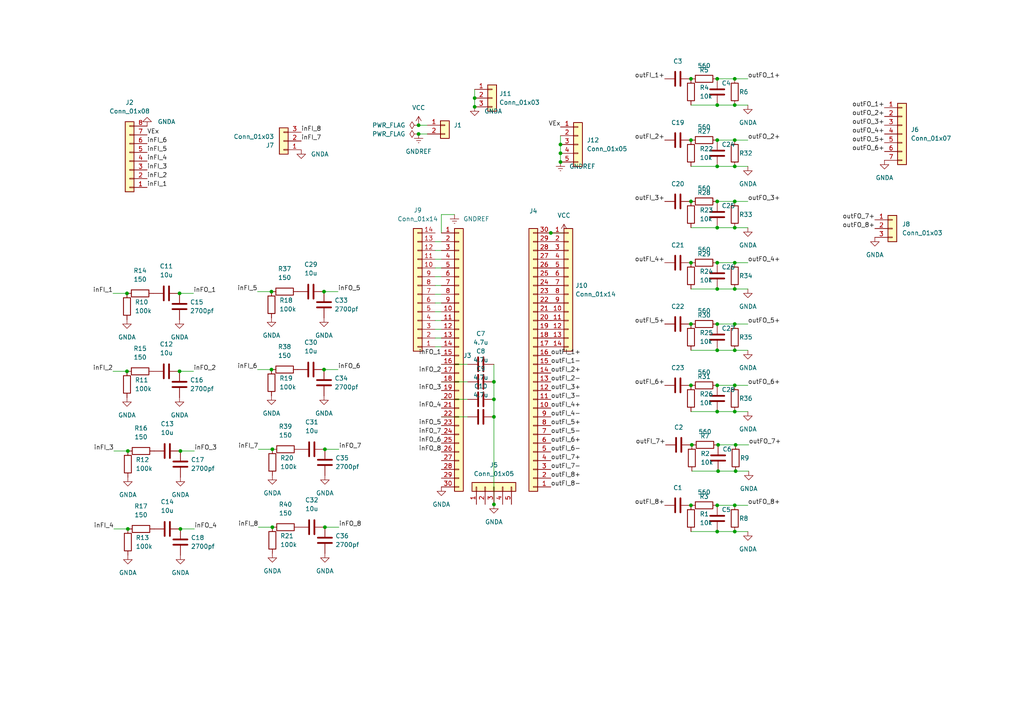
<source format=kicad_sch>
(kicad_sch (version 20211123) (generator eeschema)
  (paper "A4")
  (lib_symbols
    (symbol "Connector_Generic:Conn_01x02" (pin_names (offset 1.016) hide)
      (property "Reference" "J" (at 0 2.54 0))
      (property "Value" "Conn_01x02" (at 0 -5.08 0))
      (symbol "Conn_01x02_1_1"
        (rectangle (start -1.27 -2.413) (end 0 -2.667) (stroke (width 0.1524)))
        (rectangle (start -1.27 0.127) (end 0 -0.127) (stroke (width 0.1524)))
        (rectangle (start -1.27 1.27) (end 1.27 -3.81) (stroke (width 0.254)) (fill (type background)))
        (pin passive line (at -5.08 0 0) (length 3.81) (name "Pin_1") (number "1"))
        (pin passive line (at -5.08 -2.54 0) (length 3.81) (name "Pin_2") (number "2"))
      )
    )
    (symbol "Connector_Generic:Conn_01x03" (pin_names (offset 1.016) hide)
      (property "Reference" "J" (at 0 5.08 0))
      (property "Value" "Conn_01x03" (at 0 -5.08 0))
      (symbol "Conn_01x03_1_1"
        (rectangle (start -1.27 -2.413) (end 0 -2.667) (stroke (width 0.1524)))
        (rectangle (start -1.27 0.127) (end 0 -0.127) (stroke (width 0.1524)))
        (rectangle (start -1.27 2.667) (end 0 2.413) (stroke (width 0.1524)))
        (rectangle (start -1.27 3.81) (end 1.27 -3.81) (stroke (width 0.254)) (fill (type background)))
        (pin passive line (at -5.08 2.54 0) (length 3.81) (name "Pin_1") (number "1"))
        (pin passive line (at -5.08 0 0) (length 3.81) (name "Pin_2") (number "2"))
        (pin passive line (at -5.08 -2.54 0) (length 3.81) (name "Pin_3") (number "3"))
      )
    )
    (symbol "Connector_Generic:Conn_01x05" (pin_names (offset 1.016) hide)
      (property "Reference" "J" (at 0 7.62 0))
      (property "Value" "Conn_01x05" (at 0 -7.62 0))
      (symbol "Conn_01x05_1_1"
        (rectangle (start -1.27 -4.953) (end 0 -5.207) (stroke (width 0.1524)))
        (rectangle (start -1.27 -2.413) (end 0 -2.667) (stroke (width 0.1524)))
        (rectangle (start -1.27 0.127) (end 0 -0.127) (stroke (width 0.1524)))
        (rectangle (start -1.27 2.667) (end 0 2.413) (stroke (width 0.1524)))
        (rectangle (start -1.27 5.207) (end 0 4.953) (stroke (width 0.1524)))
        (rectangle (start -1.27 6.35) (end 1.27 -6.35) (stroke (width 0.254)) (fill (type background)))
        (pin passive line (at -5.08 5.08 0) (length 3.81) (name "Pin_1") (number "1"))
        (pin passive line (at -5.08 2.54 0) (length 3.81) (name "Pin_2") (number "2"))
        (pin passive line (at -5.08 0 0) (length 3.81) (name "Pin_3") (number "3"))
        (pin passive line (at -5.08 -2.54 0) (length 3.81) (name "Pin_4") (number "4"))
        (pin passive line (at -5.08 -5.08 0) (length 3.81) (name "Pin_5") (number "5"))
      )
    )
    (symbol "Connector_Generic:Conn_01x07" (pin_names (offset 1.016) hide)
      (property "Reference" "J" (at 0 10.16 0))
      (property "Value" "Conn_01x07" (at 0 -10.16 0))
      (symbol "Conn_01x07_1_1"
        (rectangle (start -1.27 -7.493) (end 0 -7.747) (stroke (width 0.1524)))
        (rectangle (start -1.27 -4.953) (end 0 -5.207) (stroke (width 0.1524)))
        (rectangle (start -1.27 -2.413) (end 0 -2.667) (stroke (width 0.1524)))
        (rectangle (start -1.27 0.127) (end 0 -0.127) (stroke (width 0.1524)))
        (rectangle (start -1.27 2.667) (end 0 2.413) (stroke (width 0.1524)))
        (rectangle (start -1.27 5.207) (end 0 4.953) (stroke (width 0.1524)))
        (rectangle (start -1.27 7.747) (end 0 7.493) (stroke (width 0.1524)))
        (rectangle (start -1.27 8.89) (end 1.27 -8.89) (stroke (width 0.254)) (fill (type background)))
        (pin passive line (at -5.08 7.62 0) (length 3.81) (name "Pin_1") (number "1"))
        (pin passive line (at -5.08 5.08 0) (length 3.81) (name "Pin_2") (number "2"))
        (pin passive line (at -5.08 2.54 0) (length 3.81) (name "Pin_3") (number "3"))
        (pin passive line (at -5.08 0 0) (length 3.81) (name "Pin_4") (number "4"))
        (pin passive line (at -5.08 -2.54 0) (length 3.81) (name "Pin_5") (number "5"))
        (pin passive line (at -5.08 -5.08 0) (length 3.81) (name "Pin_6") (number "6"))
        (pin passive line (at -5.08 -7.62 0) (length 3.81) (name "Pin_7") (number "7"))
      )
    )
    (symbol "Connector_Generic:Conn_01x08" (pin_names (offset 1.016) hide)
      (property "Reference" "J" (at 0 10.16 0))
      (property "Value" "Conn_01x08" (at 0 -12.7 0))
      (symbol "Conn_01x08_1_1"
        (rectangle (start -1.27 -10.033) (end 0 -10.287) (stroke (width 0.1524)))
        (rectangle (start -1.27 -7.493) (end 0 -7.747) (stroke (width 0.1524)))
        (rectangle (start -1.27 -4.953) (end 0 -5.207) (stroke (width 0.1524)))
        (rectangle (start -1.27 -2.413) (end 0 -2.667) (stroke (width 0.1524)))
        (rectangle (start -1.27 0.127) (end 0 -0.127) (stroke (width 0.1524)))
        (rectangle (start -1.27 2.667) (end 0 2.413) (stroke (width 0.1524)))
        (rectangle (start -1.27 5.207) (end 0 4.953) (stroke (width 0.1524)))
        (rectangle (start -1.27 7.747) (end 0 7.493) (stroke (width 0.1524)))
        (rectangle (start -1.27 8.89) (end 1.27 -11.43) (stroke (width 0.254)) (fill (type background)))
        (pin passive line (at -5.08 7.62 0) (length 3.81) (name "Pin_1") (number "1"))
        (pin passive line (at -5.08 5.08 0) (length 3.81) (name "Pin_2") (number "2"))
        (pin passive line (at -5.08 2.54 0) (length 3.81) (name "Pin_3") (number "3"))
        (pin passive line (at -5.08 0 0) (length 3.81) (name "Pin_4") (number "4"))
        (pin passive line (at -5.08 -2.54 0) (length 3.81) (name "Pin_5") (number "5"))
        (pin passive line (at -5.08 -5.08 0) (length 3.81) (name "Pin_6") (number "6"))
        (pin passive line (at -5.08 -7.62 0) (length 3.81) (name "Pin_7") (number "7"))
        (pin passive line (at -5.08 -10.16 0) (length 3.81) (name "Pin_8") (number "8"))
      )
    )
    (symbol "Connector_Generic:Conn_01x14" (pin_names (offset 1.016) hide)
      (property "Reference" "J" (at 0 17.78 0))
      (property "Value" "Conn_01x14" (at 0 -20.32 0))
      (symbol "Conn_01x14_1_1"
        (rectangle (start -1.27 -17.653) (end 0 -17.907) (stroke (width 0.1524)))
        (rectangle (start -1.27 -15.113) (end 0 -15.367) (stroke (width 0.1524)))
        (rectangle (start -1.27 -12.573) (end 0 -12.827) (stroke (width 0.1524)))
        (rectangle (start -1.27 -10.033) (end 0 -10.287) (stroke (width 0.1524)))
        (rectangle (start -1.27 -7.493) (end 0 -7.747) (stroke (width 0.1524)))
        (rectangle (start -1.27 -4.953) (end 0 -5.207) (stroke (width 0.1524)))
        (rectangle (start -1.27 -2.413) (end 0 -2.667) (stroke (width 0.1524)))
        (rectangle (start -1.27 0.127) (end 0 -0.127) (stroke (width 0.1524)))
        (rectangle (start -1.27 2.667) (end 0 2.413) (stroke (width 0.1524)))
        (rectangle (start -1.27 5.207) (end 0 4.953) (stroke (width 0.1524)))
        (rectangle (start -1.27 7.747) (end 0 7.493) (stroke (width 0.1524)))
        (rectangle (start -1.27 10.287) (end 0 10.033) (stroke (width 0.1524)))
        (rectangle (start -1.27 12.827) (end 0 12.573) (stroke (width 0.1524)))
        (rectangle (start -1.27 15.367) (end 0 15.113) (stroke (width 0.1524)))
        (rectangle (start -1.27 16.51) (end 1.27 -19.05) (stroke (width 0.254)) (fill (type background)))
        (pin passive line (at -5.08 15.24 0) (length 3.81) (name "Pin_1") (number "1"))
        (pin passive line (at -5.08 -7.62 0) (length 3.81) (name "Pin_10") (number "10"))
        (pin passive line (at -5.08 -10.16 0) (length 3.81) (name "Pin_11") (number "11"))
        (pin passive line (at -5.08 -12.7 0) (length 3.81) (name "Pin_12") (number "12"))
        (pin passive line (at -5.08 -15.24 0) (length 3.81) (name "Pin_13") (number "13"))
        (pin passive line (at -5.08 -17.78 0) (length 3.81) (name "Pin_14") (number "14"))
        (pin passive line (at -5.08 12.7 0) (length 3.81) (name "Pin_2") (number "2"))
        (pin passive line (at -5.08 10.16 0) (length 3.81) (name "Pin_3") (number "3"))
        (pin passive line (at -5.08 7.62 0) (length 3.81) (name "Pin_4") (number "4"))
        (pin passive line (at -5.08 5.08 0) (length 3.81) (name "Pin_5") (number "5"))
        (pin passive line (at -5.08 2.54 0) (length 3.81) (name "Pin_6") (number "6"))
        (pin passive line (at -5.08 0 0) (length 3.81) (name "Pin_7") (number "7"))
        (pin passive line (at -5.08 -2.54 0) (length 3.81) (name "Pin_8") (number "8"))
        (pin passive line (at -5.08 -5.08 0) (length 3.81) (name "Pin_9") (number "9"))
      )
    )
    (symbol "Connector_Generic:Conn_01x30" (pin_names (offset 1.016) hide)
      (property "Reference" "J" (at 0 38.1 0))
      (property "Value" "Conn_01x30" (at 0 -40.64 0))
      (symbol "Conn_01x30_1_1"
        (rectangle (start -1.27 -37.973) (end 0 -38.227) (stroke (width 0.1524)))
        (rectangle (start -1.27 -35.433) (end 0 -35.687) (stroke (width 0.1524)))
        (rectangle (start -1.27 -32.893) (end 0 -33.147) (stroke (width 0.1524)))
        (rectangle (start -1.27 -30.353) (end 0 -30.607) (stroke (width 0.1524)))
        (rectangle (start -1.27 -27.813) (end 0 -28.067) (stroke (width 0.1524)))
        (rectangle (start -1.27 -25.273) (end 0 -25.527) (stroke (width 0.1524)))
        (rectangle (start -1.27 -22.733) (end 0 -22.987) (stroke (width 0.1524)))
        (rectangle (start -1.27 -20.193) (end 0 -20.447) (stroke (width 0.1524)))
        (rectangle (start -1.27 -17.653) (end 0 -17.907) (stroke (width 0.1524)))
        (rectangle (start -1.27 -15.113) (end 0 -15.367) (stroke (width 0.1524)))
        (rectangle (start -1.27 -12.573) (end 0 -12.827) (stroke (width 0.1524)))
        (rectangle (start -1.27 -10.033) (end 0 -10.287) (stroke (width 0.1524)))
        (rectangle (start -1.27 -7.493) (end 0 -7.747) (stroke (width 0.1524)))
        (rectangle (start -1.27 -4.953) (end 0 -5.207) (stroke (width 0.1524)))
        (rectangle (start -1.27 -2.413) (end 0 -2.667) (stroke (width 0.1524)))
        (rectangle (start -1.27 0.127) (end 0 -0.127) (stroke (width 0.1524)))
        (rectangle (start -1.27 2.667) (end 0 2.413) (stroke (width 0.1524)))
        (rectangle (start -1.27 5.207) (end 0 4.953) (stroke (width 0.1524)))
        (rectangle (start -1.27 7.747) (end 0 7.493) (stroke (width 0.1524)))
        (rectangle (start -1.27 10.287) (end 0 10.033) (stroke (width 0.1524)))
        (rectangle (start -1.27 12.827) (end 0 12.573) (stroke (width 0.1524)))
        (rectangle (start -1.27 15.367) (end 0 15.113) (stroke (width 0.1524)))
        (rectangle (start -1.27 17.907) (end 0 17.653) (stroke (width 0.1524)))
        (rectangle (start -1.27 20.447) (end 0 20.193) (stroke (width 0.1524)))
        (rectangle (start -1.27 22.987) (end 0 22.733) (stroke (width 0.1524)))
        (rectangle (start -1.27 25.527) (end 0 25.273) (stroke (width 0.1524)))
        (rectangle (start -1.27 28.067) (end 0 27.813) (stroke (width 0.1524)))
        (rectangle (start -1.27 30.607) (end 0 30.353) (stroke (width 0.1524)))
        (rectangle (start -1.27 33.147) (end 0 32.893) (stroke (width 0.1524)))
        (rectangle (start -1.27 35.687) (end 0 35.433) (stroke (width 0.1524)))
        (rectangle (start -1.27 36.83) (end 1.27 -39.37) (stroke (width 0.254)) (fill (type background)))
        (pin passive line (at -5.08 35.56 0) (length 3.81) (name "Pin_1") (number "1"))
        (pin passive line (at -5.08 12.7 0) (length 3.81) (name "Pin_10") (number "10"))
        (pin passive line (at -5.08 10.16 0) (length 3.81) (name "Pin_11") (number "11"))
        (pin passive line (at -5.08 7.62 0) (length 3.81) (name "Pin_12") (number "12"))
        (pin passive line (at -5.08 5.08 0) (length 3.81) (name "Pin_13") (number "13"))
        (pin passive line (at -5.08 2.54 0) (length 3.81) (name "Pin_14") (number "14"))
        (pin passive line (at -5.08 0 0) (length 3.81) (name "Pin_15") (number "15"))
        (pin passive line (at -5.08 -2.54 0) (length 3.81) (name "Pin_16") (number "16"))
        (pin passive line (at -5.08 -5.08 0) (length 3.81) (name "Pin_17") (number "17"))
        (pin passive line (at -5.08 -7.62 0) (length 3.81) (name "Pin_18") (number "18"))
        (pin passive line (at -5.08 -10.16 0) (length 3.81) (name "Pin_19") (number "19"))
        (pin passive line (at -5.08 33.02 0) (length 3.81) (name "Pin_2") (number "2"))
        (pin passive line (at -5.08 -12.7 0) (length 3.81) (name "Pin_20") (number "20"))
        (pin passive line (at -5.08 -15.24 0) (length 3.81) (name "Pin_21") (number "21"))
        (pin passive line (at -5.08 -17.78 0) (length 3.81) (name "Pin_22") (number "22"))
        (pin passive line (at -5.08 -20.32 0) (length 3.81) (name "Pin_23") (number "23"))
        (pin passive line (at -5.08 -22.86 0) (length 3.81) (name "Pin_24") (number "24"))
        (pin passive line (at -5.08 -25.4 0) (length 3.81) (name "Pin_25") (number "25"))
        (pin passive line (at -5.08 -27.94 0) (length 3.81) (name "Pin_26") (number "26"))
        (pin passive line (at -5.08 -30.48 0) (length 3.81) (name "Pin_27") (number "27"))
        (pin passive line (at -5.08 -33.02 0) (length 3.81) (name "Pin_28") (number "28"))
        (pin passive line (at -5.08 -35.56 0) (length 3.81) (name "Pin_29") (number "29"))
        (pin passive line (at -5.08 30.48 0) (length 3.81) (name "Pin_3") (number "3"))
        (pin passive line (at -5.08 -38.1 0) (length 3.81) (name "Pin_30") (number "30"))
        (pin passive line (at -5.08 27.94 0) (length 3.81) (name "Pin_4") (number "4"))
        (pin passive line (at -5.08 25.4 0) (length 3.81) (name "Pin_5") (number "5"))
        (pin passive line (at -5.08 22.86 0) (length 3.81) (name "Pin_6") (number "6"))
        (pin passive line (at -5.08 20.32 0) (length 3.81) (name "Pin_7") (number "7"))
        (pin passive line (at -5.08 17.78 0) (length 3.81) (name "Pin_8") (number "8"))
        (pin passive line (at -5.08 15.24 0) (length 3.81) (name "Pin_9") (number "9"))
      )
    )
    (symbol "Device:C" (pin_numbers hide) (pin_names (offset 0.254))
      (property "Reference" "C" (at 0.635 2.54 0))
      (property "Value" "C" (at 0.635 -2.54 0))
      (symbol "C_0_1"
        (polyline (pts (xy -2.032 -0.762) (xy 2.032 -0.762)) (stroke (width 0.508)))
        (polyline (pts (xy -2.032 0.762) (xy 2.032 0.762)) (stroke (width 0.508)))
      )
      (symbol "C_1_1"
        (pin passive line (at 0 3.81 270) (length 2.794) (name "~") (number "1"))
        (pin passive line (at 0 -3.81 90) (length 2.794) (name "~") (number "2"))
      )
    )
    (symbol "Device:R" (pin_numbers hide) (pin_names (offset 0))
      (property "Reference" "R" (at 2.032 0 90))
      (property "Value" "R" (at 0 0 90))
      (symbol "R_0_1"
        (rectangle (start -1.016 -2.54) (end 1.016 2.54) (stroke (width 0.254)))
      )
      (symbol "R_1_1"
        (pin passive line (at 0 3.81 270) (length 1.27) (name "~") (number "1"))
        (pin passive line (at 0 -3.81 90) (length 1.27) (name "~") (number "2"))
      )
    )
    (symbol "power:GNDA" (power) (pin_names (offset 0))
      (property "Value" "GNDA" (at 0 -3.81 0))
      (symbol "GNDA_0_1"
        (polyline (pts (xy 0 0) (xy 0 -1.27) (xy 1.27 -1.27) (xy 0 -2.54) (xy -1.27 -1.27) (xy 0 -1.27)))
      )
      (symbol "GNDA_1_1"
        (pin power_in line (at 0 0 270) (length 0) hide (name "GNDA") (number "1"))
      )
    )
    (symbol "power:GNDREF" (power) (pin_names (offset 0))
      (property "Value" "GNDREF" (at 0 -3.81 0))
      (symbol "GNDREF_0_1"
        (polyline (pts (xy -0.635 -1.905) (xy 0.635 -1.905)))
        (polyline (pts (xy -0.127 -2.54) (xy 0.127 -2.54)))
        (polyline (pts (xy 0 -1.27) (xy 0 0)))
        (polyline (pts (xy 1.27 -1.27) (xy -1.27 -1.27)))
      )
      (symbol "GNDREF_1_1"
        (pin power_in line (at 0 0 270) (length 0) hide (name "GNDREF") (number "1"))
      )
    )
    (symbol "power:PWR_FLAG" (power) (pin_numbers hide) (pin_names (offset 0) hide)
      (property "Value" "PWR_FLAG" (at 0 3.81 0))
      (symbol "PWR_FLAG_0_0"
        (pin power_out line (at 0 0 90) (length 0) (name "pwr") (number "1"))
      )
      (symbol "PWR_FLAG_0_1"
        (polyline (pts (xy 0 0) (xy 0 1.27) (xy -1.016 1.905) (xy 0 2.54) (xy 1.016 1.905) (xy 0 1.27)))
      )
    )
    (symbol "power:VCC" (power) (pin_names (offset 0))
      (property "Value" "VCC" (at 0 3.81 0))
      (symbol "VCC_0_1"
        (polyline (pts (xy -0.762 1.27) (xy 0 2.54)))
        (polyline (pts (xy 0 0) (xy 0 2.54)))
        (polyline (pts (xy 0 2.54) (xy 0.762 1.27)))
      )
      (symbol "VCC_1_1"
        (pin power_in line (at 0 0 90) (length 0) hide (name "VCC") (number "1"))
      )
    )
  )
  (junction (at 121.412 36.322))
  (junction (at 143.256 120.904))
  (junction (at 36.83 85.09))
  (junction (at 200.406 22.86))
  (junction (at 93.98 107.188))
  (junction (at 143.256 146.304))
  (junction (at 208.026 30.48))
  (junction (at 36.83 107.696))
  (junction (at 208.026 83.82))
  (junction (at 213.106 66.04))
  (junction (at 137.668 30.988))
  (junction (at 52.324 130.81))
  (junction (at 213.106 22.86))
  (junction (at 213.106 119.38))
  (junction (at 213.106 111.76))
  (junction (at 52.07 85.09))
  (junction (at 94.234 130.302))
  (junction (at 200.406 93.98))
  (junction (at 213.106 146.558))
  (junction (at 52.324 153.416))
  (junction (at 208.026 111.76))
  (junction (at 208.28 136.652))
  (junction (at 121.412 38.862))
  (junction (at 208.026 154.178))
  (junction (at 213.106 154.178))
  (junction (at 208.026 146.558))
  (junction (at 213.106 48.26))
  (junction (at 200.406 146.558))
  (junction (at 162.56 41.91))
  (junction (at 213.106 76.2))
  (junction (at 143.256 115.824))
  (junction (at 213.36 136.652))
  (junction (at 137.668 28.448))
  (junction (at 213.106 40.64))
  (junction (at 208.026 76.2))
  (junction (at 213.106 58.42))
  (junction (at 78.74 84.582))
  (junction (at 162.56 44.45))
  (junction (at 93.98 84.582))
  (junction (at 78.994 152.908))
  (junction (at 200.406 111.76))
  (junction (at 37.084 153.416))
  (junction (at 200.66 129.032))
  (junction (at 213.106 101.6))
  (junction (at 200.406 58.42))
  (junction (at 208.026 48.26))
  (junction (at 37.084 130.81))
  (junction (at 213.106 30.48))
  (junction (at 208.026 58.42))
  (junction (at 143.256 110.744))
  (junction (at 159.766 67.564))
  (junction (at 94.234 152.908))
  (junction (at 208.28 129.032))
  (junction (at 78.74 107.188))
  (junction (at 213.106 93.98))
  (junction (at 162.56 46.99))
  (junction (at 208.026 101.6))
  (junction (at 208.026 40.64))
  (junction (at 208.026 93.98))
  (junction (at 208.026 22.86))
  (junction (at 208.026 119.38))
  (junction (at 52.07 107.696))
  (junction (at 78.994 130.302))
  (junction (at 200.406 40.64))
  (junction (at 213.36 129.032))
  (junction (at 213.106 83.82))
  (junction (at 208.026 66.04))
  (junction (at 200.406 76.2))
  (wire (pts (xy 213.36 129.032) (xy 217.17 129.032)))
  (wire (pts (xy 200.406 119.38) (xy 208.026 119.38)))
  (wire (pts (xy 143.256 105.664) (xy 143.256 110.744)))
  (wire (pts (xy 208.026 93.98) (xy 213.106 93.98)))
  (wire (pts (xy 32.766 107.696) (xy 36.83 107.696)))
  (wire (pts (xy 137.668 25.908) (xy 137.668 28.448)))
  (wire (pts (xy 208.026 66.04) (xy 213.106 66.04)))
  (wire (pts (xy 52.324 130.81) (xy 56.388 130.81)))
  (wire (pts (xy 208.026 58.42) (xy 213.106 58.42)))
  (wire (pts (xy 208.28 129.032) (xy 213.36 129.032)))
  (wire (pts (xy 200.406 48.26) (xy 208.026 48.26)))
  (wire (pts (xy 208.026 48.26) (xy 213.106 48.26)))
  (wire (pts (xy 126.238 77.724) (xy 128.016 77.724)))
  (wire (pts (xy 213.106 40.64) (xy 216.916 40.64)))
  (wire (pts (xy 213.106 83.82) (xy 216.916 83.82)))
  (wire (pts (xy 213.106 76.2) (xy 216.916 76.2)))
  (wire (pts (xy 208.026 101.6) (xy 213.106 101.6)))
  (wire (pts (xy 128.016 67.564) (xy 128.016 62.23)))
  (wire (pts (xy 213.106 48.26) (xy 216.916 48.26)))
  (wire (pts (xy 93.98 107.188) (xy 98.044 107.188)))
  (wire (pts (xy 208.026 146.558) (xy 213.106 146.558)))
  (wire (pts (xy 126.238 87.884) (xy 128.016 87.884)))
  (wire (pts (xy 200.406 83.82) (xy 208.026 83.82)))
  (wire (pts (xy 126.238 92.964) (xy 128.016 92.964)))
  (wire (pts (xy 126.238 85.344) (xy 128.016 85.344)))
  (wire (pts (xy 52.07 85.09) (xy 56.134 85.09)))
  (wire (pts (xy 32.766 85.09) (xy 36.83 85.09)))
  (wire (pts (xy 128.016 115.824) (xy 135.636 115.824)))
  (wire (pts (xy 143.256 115.824) (xy 143.256 120.904)))
  (wire (pts (xy 208.026 22.86) (xy 213.106 22.86)))
  (wire (pts (xy 162.56 39.37) (xy 162.56 41.91)))
  (wire (pts (xy 200.406 30.48) (xy 208.026 30.48)))
  (wire (pts (xy 213.106 93.98) (xy 216.916 93.98)))
  (wire (pts (xy 126.238 80.264) (xy 128.016 80.264)))
  (wire (pts (xy 213.106 22.86) (xy 216.916 22.86)))
  (wire (pts (xy 74.93 152.908) (xy 78.994 152.908)))
  (wire (pts (xy 213.106 58.42) (xy 216.916 58.42)))
  (wire (pts (xy 200.406 154.178) (xy 208.026 154.178)))
  (wire (pts (xy 208.026 40.64) (xy 213.106 40.64)))
  (wire (pts (xy 52.324 153.416) (xy 56.388 153.416)))
  (wire (pts (xy 208.28 136.652) (xy 213.36 136.652)))
  (wire (pts (xy 128.016 62.23) (xy 131.826 62.23)))
  (wire (pts (xy 213.106 119.38) (xy 216.916 119.38)))
  (wire (pts (xy 208.026 154.178) (xy 213.106 154.178)))
  (wire (pts (xy 143.256 110.744) (xy 143.256 115.824)))
  (wire (pts (xy 126.238 100.584) (xy 128.016 100.584)))
  (wire (pts (xy 208.026 111.76) (xy 213.106 111.76)))
  (wire (pts (xy 126.238 98.044) (xy 128.016 98.044)))
  (wire (pts (xy 121.412 38.862) (xy 123.952 38.862)))
  (wire (pts (xy 213.106 111.76) (xy 216.916 111.76)))
  (wire (pts (xy 143.256 120.904) (xy 143.256 146.304)))
  (wire (pts (xy 93.98 84.582) (xy 98.044 84.582)))
  (wire (pts (xy 52.07 107.696) (xy 56.134 107.696)))
  (wire (pts (xy 208.026 30.48) (xy 213.106 30.48)))
  (wire (pts (xy 33.02 153.416) (xy 37.084 153.416)))
  (wire (pts (xy 159.766 67.564) (xy 163.576 67.564)))
  (wire (pts (xy 137.668 28.448) (xy 137.668 30.988)))
  (wire (pts (xy 128.016 120.904) (xy 135.636 120.904)))
  (wire (pts (xy 94.234 152.908) (xy 98.298 152.908)))
  (wire (pts (xy 208.026 76.2) (xy 213.106 76.2)))
  (wire (pts (xy 213.106 146.558) (xy 216.916 146.558)))
  (wire (pts (xy 126.238 70.104) (xy 128.016 70.104)))
  (wire (pts (xy 33.02 130.81) (xy 37.084 130.81)))
  (wire (pts (xy 213.106 66.04) (xy 216.916 66.04)))
  (wire (pts (xy 213.106 30.48) (xy 216.916 30.48)))
  (wire (pts (xy 162.56 41.91) (xy 162.56 44.45)))
  (wire (pts (xy 74.676 107.188) (xy 78.74 107.188)))
  (wire (pts (xy 126.238 82.804) (xy 128.016 82.804)))
  (wire (pts (xy 74.676 84.582) (xy 78.74 84.582)))
  (wire (pts (xy 200.66 136.652) (xy 208.28 136.652)))
  (wire (pts (xy 94.234 130.302) (xy 98.298 130.302)))
  (wire (pts (xy 74.93 130.302) (xy 78.994 130.302)))
  (wire (pts (xy 208.026 83.82) (xy 213.106 83.82)))
  (wire (pts (xy 162.56 44.45) (xy 162.56 46.99)))
  (wire (pts (xy 126.238 95.504) (xy 128.016 95.504)))
  (wire (pts (xy 213.106 101.6) (xy 216.916 101.6)))
  (wire (pts (xy 128.016 110.744) (xy 135.636 110.744)))
  (wire (pts (xy 121.412 36.322) (xy 123.952 36.322)))
  (wire (pts (xy 126.238 72.644) (xy 128.016 72.644)))
  (wire (pts (xy 200.406 101.6) (xy 208.026 101.6)))
  (wire (pts (xy 200.406 66.04) (xy 208.026 66.04)))
  (wire (pts (xy 126.238 75.184) (xy 128.016 75.184)))
  (wire (pts (xy 213.36 136.652) (xy 217.17 136.652)))
  (wire (pts (xy 128.016 105.664) (xy 135.636 105.664)))
  (wire (pts (xy 213.106 154.178) (xy 216.916 154.178)))
  (wire (pts (xy 208.026 119.38) (xy 213.106 119.38)))
  (wire (pts (xy 126.238 90.424) (xy 128.016 90.424)))
  (label "inFI_5" (at 74.676 84.582 180))
  (label "inFI_3" (at 33.02 130.81 180))
  (label "outFI_2+" (at 159.766 108.204 0))
  (label "inFO_3" (at 128.016 113.284 180))
  (label "outFI_6-" (at 159.766 131.064 0))
  (label "inFO_4" (at 56.388 153.416 0))
  (label "inFO_6" (at 128.016 128.524 180))
  (label "outFI_3-" (at 159.766 115.824 0))
  (label "inFO_1" (at 56.134 85.09 0))
  (label "outFI_3+" (at 192.786 58.42 180))
  (label "inFO_8" (at 128.016 131.064 180))
  (label "outFI_2+" (at 192.786 40.64 180))
  (label "outFI_5+" (at 159.766 123.444 0))
  (label "inFO_4" (at 128.016 118.364 180))
  (label "outFO_1+" (at 256.54 31.242 180))
  (label "inFI_7" (at 87.376 40.894 0))
  (label "outFO_6+" (at 216.916 111.76 0))
  (label "inFI_2" (at 42.672 51.816 0))
  (label "outFO_2+" (at 256.54 33.782 180))
  (label "inFO_7" (at 128.016 125.984 180))
  (label "VEx" (at 42.672 39.116 0))
  (label "outFO_3+" (at 256.54 36.322 180))
  (label "inFI_6" (at 74.676 107.188 180))
  (label "inFO_3" (at 56.388 130.81 0))
  (label "outFI_6+" (at 192.786 111.76 180))
  (label "outFI_8+" (at 192.786 146.558 180))
  (label "outFI_8-" (at 159.766 141.224 0))
  (label "outFI_1+" (at 159.766 103.124 0))
  (label "outFO_7+" (at 217.17 129.032 0))
  (label "inFO_1" (at 128.016 103.124 180))
  (label "outFO_5+" (at 216.916 93.98 0))
  (label "inFI_1" (at 42.672 54.356 0))
  (label "outFI_2-" (at 159.766 110.744 0))
  (label "outFI_5+" (at 192.786 93.98 180))
  (label "outFI_4-" (at 159.766 120.904 0))
  (label "outFO_5+" (at 256.54 41.402 180))
  (label "outFI_1-" (at 159.766 105.664 0))
  (label "outFO_8+" (at 253.746 66.294 180))
  (label "outFO_7+" (at 253.746 63.754 180))
  (label "inFI_6" (at 42.672 41.656 0))
  (label "outFO_8+" (at 216.916 146.558 0))
  (label "inFI_4" (at 42.672 46.736 0))
  (label "inFI_8" (at 74.93 152.908 180))
  (label "outFO_6+" (at 256.54 43.942 180))
  (label "outFO_4+" (at 216.916 76.2 0))
  (label "inFO_2" (at 56.134 107.696 0))
  (label "inFO_6" (at 98.044 107.188 0))
  (label "outFI_3+" (at 159.766 113.284 0))
  (label "inFO_8" (at 98.298 152.908 0))
  (label "outFI_4+" (at 192.786 76.2 180))
  (label "inFI_3" (at 42.672 49.276 0))
  (label "outFI_7+" (at 159.766 133.604 0))
  (label "inFI_1" (at 32.766 85.09 180))
  (label "inFO_5" (at 128.016 123.444 180))
  (label "outFI_7+" (at 193.04 129.032 180))
  (label "outFO_2+" (at 216.916 40.64 0))
  (label "inFI_4" (at 33.02 153.416 180))
  (label "inFI_2" (at 32.766 107.696 180))
  (label "VEx" (at 162.56 36.83 180))
  (label "outFI_4+" (at 159.766 118.364 0))
  (label "inFI_7" (at 74.93 130.302 180))
  (label "inFI_5" (at 42.672 44.196 0))
  (label "inFI_8" (at 87.376 38.354 0))
  (label "outFI_5-" (at 159.766 125.984 0))
  (label "outFO_3+" (at 216.916 58.42 0))
  (label "outFI_7-" (at 159.766 136.144 0))
  (label "inFO_5" (at 98.044 84.582 0))
  (label "inFO_7" (at 98.298 130.302 0))
  (label "outFI_8+" (at 159.766 138.684 0))
  (label "inFO_2" (at 128.016 108.204 180))
  (label "outFO_4+" (at 256.54 38.862 180))
  (label "outFI_1+" (at 192.786 22.86 180))
  (label "outFO_1+" (at 216.916 22.86 0))
  (label "outFI_6+" (at 159.766 128.524 0))
  (symbol (lib_id "power:GNDA") (at 78.74 114.808 0) (unit 1)
    (property "Reference" "#PWR0123" (effects hide))
    (property "Value" "GNDA" (at 78.74 119.888 0))
  )
  (symbol (lib_id "Device:C") (at 139.446 120.904 90) (unit 1)
    (property "Reference" "C10" (at 139.446 112.014 90))
    (property "Value" "4.7u" (at 139.446 114.554 90))
    (property "Footprint" "Capacitor_SMD:C_0805_2012Metric_Pad1.18x1.45mm_HandSolder" (effects hide))
  )
  (symbol (lib_id "Device:C") (at 196.596 111.76 90) (unit 1)
    (property "Reference" "C23" (at 196.596 106.68 90))
    (property "Value" "3.3u" (effects hide))
    (property "Footprint" "Capacitor_SMD:C_0805_2012Metric_Pad1.18x1.45mm_HandSolder" (effects hide))
  )
  (symbol (lib_id "Device:R") (at 204.216 40.64 90) (unit 1)
    (property "Reference" "R27" (at 204.216 38.1 90))
    (property "Value" "560" (at 204.216 36.83 90))
    (property "Footprint" "Resistor_SMD:R_0805_2012Metric_Pad1.20x1.40mm_HandSolder" (effects hide))
  )
  (symbol (lib_id "power:GNDA") (at 36.83 92.71 0) (unit 1)
    (property "Reference" "#PWR0124" (effects hide))
    (property "Value" "GNDA" (at 36.83 97.79 0))
  )
  (symbol (lib_id "Connector_Generic:Conn_01x30") (at 133.096 103.124 0) (unit 1)
    (property "Reference" "J3" (at 134.366 103.1239 0) (effects (justify left)))
    (property "Value" "Conn_01x30" (effects hide))
    (property "Footprint" "Connector_PinHeader_2.54mm:PinHeader_1x30_P2.54mm_Vertical" (effects hide))
  )
  (symbol (lib_id "Device:R") (at 37.084 157.226 0) (unit 1)
    (property "Reference" "R13" (at 39.37 155.9559 0) (effects (justify left)))
    (property "Value" "100k" (at 39.37 158.4959 0) (effects (justify left)))
    (property "Footprint" "Resistor_SMD:R_0805_2012Metric_Pad1.20x1.40mm_HandSolder" (effects hide))
  )
  (symbol (lib_id "Device:R") (at 40.64 85.09 90) (unit 1)
    (property "Reference" "R14" (at 40.64 78.486 90))
    (property "Value" "150" (at 40.64 81.026 90))
    (property "Footprint" "Resistor_SMD:R_0805_2012Metric_Pad1.20x1.40mm_HandSolder" (effects hide))
  )
  (symbol (lib_id "Device:C") (at 48.26 85.09 90) (unit 1)
    (property "Reference" "C11" (at 48.26 77.216 90))
    (property "Value" "10u" (at 48.26 79.756 90))
    (property "Footprint" "Capacitor_SMD:C_0805_2012Metric_Pad1.18x1.45mm_HandSolder" (effects hide))
  )
  (symbol (lib_id "power:GNDA") (at 37.084 161.036 0) (unit 1)
    (property "Reference" "#PWR0110" (effects hide))
    (property "Value" "GNDA" (at 37.084 166.116 0))
  )
  (symbol (lib_id "power:GNDA") (at 93.98 92.202 0) (unit 1)
    (property "Reference" "#PWR0126" (effects hide))
    (property "Value" "GNDA" (at 93.98 97.282 0))
  )
  (symbol (lib_id "Device:C") (at 196.596 40.64 90) (unit 1)
    (property "Reference" "C19" (at 196.596 35.56 90))
    (property "Value" "3.3u" (effects hide))
    (property "Footprint" "Capacitor_SMD:C_0805_2012Metric_Pad1.18x1.45mm_HandSolder" (effects hide))
  )
  (symbol (lib_id "Device:C") (at 208.026 97.79 0) (unit 1)
    (property "Reference" "C27" (at 209.296 95.25 0) (effects (justify left)))
    (property "Value" "CAP" (effects hide))
    (property "Footprint" "Capacitor_SMD:C_0805_2012Metric_Pad1.18x1.45mm_HandSolder" (effects hide))
  )
  (symbol (lib_id "power:PWR_FLAG") (at 121.412 36.322 90) (unit 1)
    (property "Reference" "#FLG0101" (effects hide))
    (property "Value" "PWR_FLAG" (at 117.602 36.3219 90) (effects (justify left)))
  )
  (symbol (lib_id "power:GNDA") (at 52.324 138.43 0) (unit 1)
    (property "Reference" "#PWR0113" (effects hide))
    (property "Value" "GNDA" (at 52.324 143.51 0))
  )
  (symbol (lib_id "Device:C") (at 208.026 150.368 0) (unit 1)
    (property "Reference" "C5" (at 209.296 147.828 0) (effects (justify left)))
    (property "Value" "CAP" (effects hide))
    (property "Footprint" "Capacitor_SMD:C_0805_2012Metric_Pad1.18x1.45mm_HandSolder" (effects hide))
  )
  (symbol (lib_id "Device:R") (at 200.406 44.45 0) (unit 1)
    (property "Reference" "R22" (at 202.946 43.1799 0) (effects (justify left)))
    (property "Value" "10k" (at 202.946 45.7199 0) (effects (justify left)))
    (property "Footprint" "Resistor_SMD:R_0805_2012Metric_Pad1.20x1.40mm_HandSolder" (effects hide))
  )
  (symbol (lib_id "Device:R") (at 204.216 111.76 90) (unit 1)
    (property "Reference" "R31" (at 204.216 109.22 90))
    (property "Value" "560" (at 204.216 107.95 90))
    (property "Footprint" "Resistor_SMD:R_0805_2012Metric_Pad1.20x1.40mm_HandSolder" (effects hide))
  )
  (symbol (lib_id "Device:C") (at 52.324 157.226 180) (unit 1)
    (property "Reference" "C18" (at 55.372 155.9559 0) (effects (justify right)))
    (property "Value" "2700pf" (at 55.372 158.4959 0) (effects (justify right)))
    (property "Footprint" "Capacitor_SMD:C_0805_2012Metric_Pad1.18x1.45mm_HandSolder" (effects hide))
  )
  (symbol (lib_id "power:GNDA") (at 36.83 115.316 0) (unit 1)
    (property "Reference" "#PWR0111" (effects hide))
    (property "Value" "GNDA" (at 36.83 120.396 0))
  )
  (symbol (lib_id "Device:R") (at 78.74 88.392 0) (unit 1)
    (property "Reference" "R18" (at 81.026 87.1219 0) (effects (justify left)))
    (property "Value" "100k" (at 81.026 89.6619 0) (effects (justify left)))
    (property "Footprint" "Resistor_SMD:R_0805_2012Metric_Pad1.20x1.40mm_HandSolder" (effects hide))
  )
  (symbol (lib_id "Device:C") (at 90.17 84.582 90) (unit 1)
    (property "Reference" "C29" (at 90.17 76.708 90))
    (property "Value" "10u" (at 90.17 79.248 90))
    (property "Footprint" "Capacitor_SMD:C_0805_2012Metric_Pad1.18x1.45mm_HandSolder" (effects hide))
  )
  (symbol (lib_id "Device:R") (at 200.406 150.368 0) (unit 1)
    (property "Reference" "R1" (at 202.946 149.0979 0) (effects (justify left)))
    (property "Value" "10k" (at 202.946 151.6379 0) (effects (justify left)))
    (property "Footprint" "Resistor_SMD:R_0805_2012Metric_Pad1.20x1.40mm_HandSolder" (effects hide))
  )
  (symbol (lib_id "Device:C") (at 93.98 88.392 180) (unit 1)
    (property "Reference" "C33" (at 97.028 87.1219 0) (effects (justify right)))
    (property "Value" "2700pf" (at 97.028 89.6619 0) (effects (justify right)))
    (property "Footprint" "Capacitor_SMD:C_0805_2012Metric_Pad1.18x1.45mm_HandSolder" (effects hide))
  )
  (symbol (lib_id "power:GNDA") (at 52.324 161.036 0) (unit 1)
    (property "Reference" "#PWR0105" (effects hide))
    (property "Value" "GNDA" (at 52.324 166.116 0))
  )
  (symbol (lib_id "power:GNDA") (at 78.994 160.528 0) (unit 1)
    (property "Reference" "#PWR0109" (effects hide))
    (property "Value" "GNDA" (at 78.994 165.608 0))
  )
  (symbol (lib_id "power:GNDA") (at 216.916 83.82 0) (unit 1)
    (property "Reference" "#PWR0121" (effects hide))
    (property "Value" "GNDA" (at 216.916 88.9 0))
  )
  (symbol (lib_id "Device:C") (at 196.85 129.032 90) (unit 1)
    (property "Reference" "C2" (at 196.85 123.952 90))
    (property "Value" "3.3u" (effects hide))
    (property "Footprint" "Capacitor_SMD:C_0805_2012Metric_Pad1.18x1.45mm_HandSolder" (effects hide))
  )
  (symbol (lib_id "Device:C") (at 52.07 111.506 180) (unit 1)
    (property "Reference" "C16" (at 55.118 110.2359 0) (effects (justify right)))
    (property "Value" "2700pf" (at 55.118 112.7759 0) (effects (justify right)))
    (property "Footprint" "Capacitor_SMD:C_0805_2012Metric_Pad1.18x1.45mm_HandSolder" (effects hide))
  )
  (symbol (lib_id "power:GNDA") (at 94.234 160.528 0) (unit 1)
    (property "Reference" "#PWR0108" (effects hide))
    (property "Value" "GNDA" (at 94.234 165.608 0))
  )
  (symbol (lib_id "Connector_Generic:Conn_01x05") (at 143.256 141.224 90) (unit 1)
    (property "Reference" "J5" (at 143.256 134.874 90))
    (property "Value" "Conn_01x05" (at 143.256 137.414 90))
    (property "Footprint" "Connector_PinHeader_2.54mm:PinHeader_1x05_P2.54mm_Vertical" (effects hide))
  )
  (symbol (lib_id "Device:R") (at 213.106 80.01 0) (unit 1)
    (property "Reference" "R34" (at 214.376 80.01 0) (effects (justify left)))
    (property "Value" "R" (effects hide))
    (property "Footprint" "Resistor_SMD:R_0805_2012Metric_Pad1.20x1.40mm_HandSolder" (effects hide))
  )
  (symbol (lib_id "power:GNDA") (at 52.07 92.71 0) (unit 1)
    (property "Reference" "#PWR0118" (effects hide))
    (property "Value" "GNDA" (at 52.07 97.79 0))
  )
  (symbol (lib_id "power:GNDA") (at 216.916 30.48 0) (unit 1)
    (property "Reference" "#PWR05" (effects hide))
    (property "Value" "GNDA" (at 216.916 35.56 0))
  )
  (symbol (lib_id "power:VCC") (at 121.412 36.322 0) (unit 1)
    (property "Reference" "#PWR0102" (effects hide))
    (property "Value" "VCC" (at 121.412 31.242 0))
  )
  (symbol (lib_id "Device:C") (at 196.596 93.98 90) (unit 1)
    (property "Reference" "C22" (at 196.596 88.9 90))
    (property "Value" "3.3u" (effects hide))
    (property "Footprint" "Capacitor_SMD:C_0805_2012Metric_Pad1.18x1.45mm_HandSolder" (effects hide))
  )
  (symbol (lib_id "Device:R") (at 204.216 58.42 90) (unit 1)
    (property "Reference" "R28" (at 204.216 55.88 90))
    (property "Value" "560" (at 204.216 54.61 90))
    (property "Footprint" "Resistor_SMD:R_0805_2012Metric_Pad1.20x1.40mm_HandSolder" (effects hide))
  )
  (symbol (lib_id "power:GNDA") (at 256.54 46.482 0) (unit 1)
    (property "Reference" "#PWR0127" (effects hide))
    (property "Value" "GNDA" (at 256.54 51.562 0))
  )
  (symbol (lib_id "Connector_Generic:Conn_01x03") (at 142.748 28.448 0) (unit 1)
    (property "Reference" "J11" (at 144.78 27.1779 0) (effects (justify left)))
    (property "Value" "Conn_01x03" (at 144.78 29.7179 0) (effects (justify left)))
    (property "Footprint" "Connector_PinHeader_2.54mm:PinHeader_1x03_P2.54mm_Vertical" (effects hide))
  )
  (symbol (lib_id "Device:C") (at 196.596 58.42 90) (unit 1)
    (property "Reference" "C20" (at 196.596 53.34 90))
    (property "Value" "3.3u" (effects hide))
    (property "Footprint" "Capacitor_SMD:C_0805_2012Metric_Pad1.18x1.45mm_HandSolder" (effects hide))
  )
  (symbol (lib_id "Connector_Generic:Conn_01x05") (at 167.64 41.91 0) (unit 1)
    (property "Reference" "J12" (at 170.18 40.6399 0) (effects (justify left)))
    (property "Value" "Conn_01x05" (at 170.18 43.1799 0) (effects (justify left)))
    (property "Footprint" "Connector_PinHeader_2.54mm:PinHeader_1x05_P2.54mm_Vertical" (effects hide))
  )
  (symbol (lib_id "Device:C") (at 208.026 115.57 0) (unit 1)
    (property "Reference" "C28" (at 209.296 113.03 0) (effects (justify left)))
    (property "Value" "CAP" (effects hide))
    (property "Footprint" "Capacitor_SMD:C_0805_2012Metric_Pad1.18x1.45mm_HandSolder" (effects hide))
  )
  (symbol (lib_id "power:GNDREF") (at 121.412 38.862 0) (unit 1)
    (property "Reference" "#PWR0103" (effects hide))
    (property "Value" "GNDREF" (at 121.412 43.942 0))
  )
  (symbol (lib_id "Device:R") (at 82.55 84.582 90) (unit 1)
    (property "Reference" "R37" (at 82.55 77.978 90))
    (property "Value" "150" (at 82.55 80.518 90))
    (property "Footprint" "Resistor_SMD:R_0805_2012Metric_Pad1.20x1.40mm_HandSolder" (effects hide))
  )
  (symbol (lib_id "Device:R") (at 82.804 152.908 90) (unit 1)
    (property "Reference" "R40" (at 82.804 146.304 90))
    (property "Value" "150" (at 82.804 148.844 90))
    (property "Footprint" "Resistor_SMD:R_0805_2012Metric_Pad1.20x1.40mm_HandSolder" (effects hide))
  )
  (symbol (lib_id "power:GNDA") (at 128.016 141.224 0) (unit 1)
    (property "Reference" "#PWR02" (effects hide))
    (property "Value" "GNDA" (at 128.016 146.304 0))
  )
  (symbol (lib_id "Device:C") (at 208.026 26.67 0) (unit 1)
    (property "Reference" "C4" (at 209.296 24.13 0) (effects (justify left)))
    (property "Value" "CAP" (effects hide))
    (property "Footprint" "Capacitor_SMD:C_0805_2012Metric_Pad1.18x1.45mm_HandSolder" (effects hide))
  )
  (symbol (lib_id "Device:C") (at 52.07 88.9 180) (unit 1)
    (property "Reference" "C15" (at 55.118 87.6299 0) (effects (justify right)))
    (property "Value" "2700pf" (at 55.118 90.1699 0) (effects (justify right)))
    (property "Footprint" "Capacitor_SMD:C_0805_2012Metric_Pad1.18x1.45mm_HandSolder" (effects hide))
  )
  (symbol (lib_id "Device:C") (at 94.234 156.718 180) (unit 1)
    (property "Reference" "C36" (at 97.282 155.4479 0) (effects (justify right)))
    (property "Value" "2700pf" (at 97.282 157.9879 0) (effects (justify right)))
    (property "Footprint" "Capacitor_SMD:C_0805_2012Metric_Pad1.18x1.45mm_HandSolder" (effects hide))
  )
  (symbol (lib_id "power:GNDA") (at 216.916 101.6 0) (unit 1)
    (property "Reference" "#PWR0120" (effects hide))
    (property "Value" "GNDA" (at 216.916 106.68 0))
  )
  (symbol (lib_id "Device:R") (at 200.406 80.01 0) (unit 1)
    (property "Reference" "R24" (at 202.946 78.7399 0) (effects (justify left)))
    (property "Value" "10k" (at 202.946 81.2799 0) (effects (justify left)))
    (property "Footprint" "Resistor_SMD:R_0805_2012Metric_Pad1.20x1.40mm_HandSolder" (effects hide))
  )
  (symbol (lib_id "Device:R") (at 213.106 115.57 0) (unit 1)
    (property "Reference" "R36" (at 214.376 115.57 0) (effects (justify left)))
    (property "Value" "R" (effects hide))
    (property "Footprint" "Resistor_SMD:R_0805_2012Metric_Pad1.20x1.40mm_HandSolder" (effects hide))
  )
  (symbol (lib_id "Connector_Generic:Conn_01x30") (at 154.686 105.664 180) (unit 1)
    (property "Reference" "J4" (at 154.686 61.214 0))
    (property "Value" "Conn_01x30" (effects hide))
    (property "Footprint" "Connector_PinHeader_2.54mm:PinHeader_1x30_P2.54mm_Vertical" (effects hide))
  )
  (symbol (lib_id "Device:R") (at 204.47 129.032 90) (unit 1)
    (property "Reference" "R7" (at 204.47 126.492 90))
    (property "Value" "560" (at 204.47 125.222 90))
    (property "Footprint" "Resistor_SMD:R_0805_2012Metric_Pad1.20x1.40mm_HandSolder" (effects hide))
  )
  (symbol (lib_id "Device:R") (at 213.106 44.45 0) (unit 1)
    (property "Reference" "R32" (at 214.376 44.45 0) (effects (justify left)))
    (property "Value" "R" (effects hide))
    (property "Footprint" "Resistor_SMD:R_0805_2012Metric_Pad1.20x1.40mm_HandSolder" (effects hide))
  )
  (symbol (lib_id "Connector_Generic:Conn_01x08") (at 37.592 46.736 180) (unit 1)
    (property "Reference" "J2" (at 37.592 29.718 0))
    (property "Value" "Conn_01x08" (at 37.592 32.258 0))
    (property "Footprint" "Connector_PinHeader_2.54mm:PinHeader_1x08_P2.54mm_Vertical" (effects hide))
  )
  (symbol (lib_id "power:GNDA") (at 217.17 136.652 0) (unit 1)
    (property "Reference" "#PWR06" (effects hide))
    (property "Value" "GNDA" (at 217.17 141.732 0))
  )
  (symbol (lib_id "Device:R") (at 200.406 97.79 0) (unit 1)
    (property "Reference" "R25" (at 202.946 96.5199 0) (effects (justify left)))
    (property "Value" "10k" (at 202.946 99.0599 0) (effects (justify left)))
    (property "Footprint" "Resistor_SMD:R_0805_2012Metric_Pad1.20x1.40mm_HandSolder" (effects hide))
  )
  (symbol (lib_id "Connector_Generic:Conn_01x02") (at 129.032 36.322 0) (unit 1)
    (property "Reference" "J1" (at 131.572 36.3219 0) (effects (justify left)))
    (property "Value" "Conn_01x02" (effects hide))
    (property "Footprint" "Connector_PinHeader_2.54mm:PinHeader_1x02_P2.54mm_Vertical" (effects hide))
  )
  (symbol (lib_id "Device:R") (at 213.36 132.842 0) (unit 1)
    (property "Reference" "R9" (at 214.63 132.842 0) (effects (justify left)))
    (property "Value" "R" (effects hide))
    (property "Footprint" "Resistor_SMD:R_0805_2012Metric_Pad1.20x1.40mm_HandSolder" (effects hide))
  )
  (symbol (lib_id "Device:R") (at 37.084 134.62 0) (unit 1)
    (property "Reference" "R12" (at 39.37 133.3499 0) (effects (justify left)))
    (property "Value" "100k" (at 39.37 135.8899 0) (effects (justify left)))
    (property "Footprint" "Resistor_SMD:R_0805_2012Metric_Pad1.20x1.40mm_HandSolder" (effects hide))
  )
  (symbol (lib_id "power:GNDA") (at 52.07 115.316 0) (unit 1)
    (property "Reference" "#PWR0112" (effects hide))
    (property "Value" "GNDA" (at 52.07 120.396 0))
  )
  (symbol (lib_id "power:GNDA") (at 87.376 43.434 0) (unit 1)
    (property "Reference" "#PWR0125" (effects hide))
    (property "Value" "GNDA" (at 90.17 44.7039 0) (effects (justify left)))
  )
  (symbol (lib_id "power:GNDA") (at 216.916 48.26 0) (unit 1)
    (property "Reference" "#PWR0116" (effects hide))
    (property "Value" "GNDA" (at 216.916 53.34 0))
  )
  (symbol (lib_id "power:GNDREF") (at 131.826 62.23 0) (unit 1)
    (property "Reference" "#PWR?" (effects hide))
    (property "Value" "GNDREF" (at 134.366 63.4999 0) (effects (justify left)))
  )
  (symbol (lib_id "Device:R") (at 204.216 146.558 90) (unit 1)
    (property "Reference" "R3" (at 204.216 144.018 90))
    (property "Value" "560" (at 204.216 142.748 90))
    (property "Footprint" "Resistor_SMD:R_0805_2012Metric_Pad1.20x1.40mm_HandSolder" (effects hide))
  )
  (symbol (lib_id "Device:C") (at 90.424 130.302 90) (unit 1)
    (property "Reference" "C31" (at 90.424 122.428 90))
    (property "Value" "10u" (at 90.424 124.968 90))
    (property "Footprint" "Capacitor_SMD:C_0805_2012Metric_Pad1.18x1.45mm_HandSolder" (effects hide))
  )
  (symbol (lib_id "Device:C") (at 90.424 152.908 90) (unit 1)
    (property "Reference" "C32" (at 90.424 145.034 90))
    (property "Value" "10u" (at 90.424 147.574 90))
    (property "Footprint" "Capacitor_SMD:C_0805_2012Metric_Pad1.18x1.45mm_HandSolder" (effects hide))
  )
  (symbol (lib_id "power:GNDA") (at 78.74 92.202 0) (unit 1)
    (property "Reference" "#PWR0117" (effects hide))
    (property "Value" "GNDA" (at 78.74 97.282 0))
  )
  (symbol (lib_id "Device:C") (at 196.596 146.558 90) (unit 1)
    (property "Reference" "C1" (at 196.596 141.478 90))
    (property "Value" "3.3u" (effects hide))
    (property "Footprint" "Capacitor_SMD:C_0805_2012Metric_Pad1.18x1.45mm_HandSolder" (effects hide))
  )
  (symbol (lib_id "power:GNDA") (at 216.916 154.178 0) (unit 1)
    (property "Reference" "#PWR01" (effects hide))
    (property "Value" "GNDA" (at 216.916 159.258 0))
  )
  (symbol (lib_id "Device:R") (at 213.106 26.67 0) (unit 1)
    (property "Reference" "R6" (at 214.376 26.67 0) (effects (justify left)))
    (property "Value" "R" (effects hide))
    (property "Footprint" "Resistor_SMD:R_0805_2012Metric_Pad1.20x1.40mm_HandSolder" (effects hide))
  )
  (symbol (lib_id "Device:C") (at 208.28 132.842 0) (unit 1)
    (property "Reference" "C6" (at 209.55 130.302 0) (effects (justify left)))
    (property "Value" "CAP" (effects hide))
    (property "Footprint" "Capacitor_SMD:C_0805_2012Metric_Pad1.18x1.45mm_HandSolder" (effects hide))
  )
  (symbol (lib_id "power:GNDA") (at 42.672 36.576 180) (unit 1)
    (property "Reference" "#PWR0101" (effects hide))
    (property "Value" "GNDA" (at 45.72 35.3059 0) (effects (justify right)))
  )
  (symbol (lib_id "Device:R") (at 204.216 76.2 90) (unit 1)
    (property "Reference" "R29" (at 204.216 73.66 90))
    (property "Value" "560" (at 204.216 72.39 90))
    (property "Footprint" "Resistor_SMD:R_0805_2012Metric_Pad1.20x1.40mm_HandSolder" (effects hide))
  )
  (symbol (lib_id "power:GNDA") (at 143.256 146.304 0) (unit 1)
    (property "Reference" "#PWR08" (effects hide))
    (property "Value" "GNDA" (at 143.256 151.384 0))
  )
  (symbol (lib_id "Device:R") (at 200.406 26.67 0) (unit 1)
    (property "Reference" "R4" (at 202.946 25.3999 0) (effects (justify left)))
    (property "Value" "10k" (at 202.946 27.9399 0) (effects (justify left)))
    (property "Footprint" "Resistor_SMD:R_0805_2012Metric_Pad1.20x1.40mm_HandSolder" (effects hide))
  )
  (symbol (lib_id "Device:R") (at 200.406 115.57 0) (unit 1)
    (property "Reference" "R26" (at 202.946 114.2999 0) (effects (justify left)))
    (property "Value" "10k" (at 202.946 116.8399 0) (effects (justify left)))
    (property "Footprint" "Resistor_SMD:R_0805_2012Metric_Pad1.20x1.40mm_HandSolder" (effects hide))
  )
  (symbol (lib_id "Device:C") (at 94.234 134.112 180) (unit 1)
    (property "Reference" "C35" (at 97.282 132.8419 0) (effects (justify right)))
    (property "Value" "2700pf" (at 97.282 135.3819 0) (effects (justify right)))
    (property "Footprint" "Capacitor_SMD:C_0805_2012Metric_Pad1.18x1.45mm_HandSolder" (effects hide))
  )
  (symbol (lib_id "Connector_Generic:Conn_01x14") (at 121.158 85.344 180) (unit 1)
    (property "Reference" "J9" (at 121.158 60.96 0))
    (property "Value" "Conn_01x14" (at 121.158 63.5 0))
    (property "Footprint" "Connector_PinHeader_2.54mm:PinHeader_1x14_P2.54mm_Vertical" (effects hide))
  )
  (symbol (lib_id "Device:C") (at 196.596 22.86 90) (unit 1)
    (property "Reference" "C3" (at 196.596 17.78 90))
    (property "Value" "3.3u" (effects hide))
    (property "Footprint" "Capacitor_SMD:C_0805_2012Metric_Pad1.18x1.45mm_HandSolder" (effects hide))
  )
  (symbol (lib_id "Device:R") (at 40.894 130.81 90) (unit 1)
    (property "Reference" "R16" (at 40.894 124.206 90))
    (property "Value" "150" (at 40.894 126.746 90))
    (property "Footprint" "Resistor_SMD:R_0805_2012Metric_Pad1.20x1.40mm_HandSolder" (effects hide))
  )
  (symbol (lib_id "power:PWR_FLAG") (at 121.412 38.862 90) (unit 1)
    (property "Reference" "#FLG0102" (effects hide))
    (property "Value" "PWR_FLAG" (at 117.602 38.8619 90) (effects (justify left)))
  )
  (symbol (lib_id "Device:R") (at 213.106 97.79 0) (unit 1)
    (property "Reference" "R35" (at 214.376 97.79 0) (effects (justify left)))
    (property "Value" "R" (effects hide))
    (property "Footprint" "Resistor_SMD:R_0805_2012Metric_Pad1.20x1.40mm_HandSolder" (effects hide))
  )
  (symbol (lib_id "Device:R") (at 200.66 132.842 0) (unit 1)
    (property "Reference" "R2" (at 203.2 131.5719 0) (effects (justify left)))
    (property "Value" "10k" (at 203.2 134.1119 0) (effects (justify left)))
    (property "Footprint" "Resistor_SMD:R_0805_2012Metric_Pad1.20x1.40mm_HandSolder" (effects hide))
  )
  (symbol (lib_id "Device:C") (at 52.324 134.62 180) (unit 1)
    (property "Reference" "C17" (at 55.372 133.3499 0) (effects (justify right)))
    (property "Value" "2700pf" (at 55.372 135.8899 0) (effects (justify right)))
    (property "Footprint" "Capacitor_SMD:C_0805_2012Metric_Pad1.18x1.45mm_HandSolder" (effects hide))
  )
  (symbol (lib_id "Connector_Generic:Conn_01x03") (at 82.296 40.894 180) (unit 1)
    (property "Reference" "J7" (at 79.502 42.1641 0) (effects (justify left)))
    (property "Value" "Conn_01x03" (at 79.502 39.6241 0) (effects (justify left)))
    (property "Footprint" "Connector_PinHeader_2.54mm:PinHeader_1x03_P2.54mm_Vertical" (effects hide))
  )
  (symbol (lib_id "power:GNDA") (at 216.916 66.04 0) (unit 1)
    (property "Reference" "#PWR0115" (effects hide))
    (property "Value" "GNDA" (at 216.916 71.12 0))
  )
  (symbol (lib_id "Connector_Generic:Conn_01x14") (at 164.846 82.804 0) (unit 1)
    (property "Reference" "J10" (at 166.878 82.8039 0) (effects (justify left)))
    (property "Value" "Conn_01x14" (at 166.878 85.3439 0) (effects (justify left)))
    (property "Footprint" "Connector_PinHeader_2.54mm:PinHeader_1x14_P2.54mm_Vertical" (effects hide))
  )
  (symbol (lib_id "power:GNDA") (at 93.98 114.808 0) (unit 1)
    (property "Reference" "#PWR0122" (effects hide))
    (property "Value" "GNDA" (at 93.98 119.888 0))
  )
  (symbol (lib_id "Device:C") (at 48.514 130.81 90) (unit 1)
    (property "Reference" "C13" (at 48.514 122.936 90))
    (property "Value" "10u" (at 48.514 125.476 90))
    (property "Footprint" "Capacitor_SMD:C_0805_2012Metric_Pad1.18x1.45mm_HandSolder" (effects hide))
  )
  (symbol (lib_id "Device:C") (at 139.446 110.744 90) (unit 1)
    (property "Reference" "C8" (at 139.446 101.854 90))
    (property "Value" "4.7u" (at 139.446 104.394 90))
    (property "Footprint" "Capacitor_SMD:C_0805_2012Metric_Pad1.18x1.45mm_HandSolder" (effects hide))
  )
  (symbol (lib_id "power:GNDA") (at 78.994 137.922 0) (unit 1)
    (property "Reference" "#PWR0106" (effects hide))
    (property "Value" "GNDA" (at 78.994 143.002 0))
  )
  (symbol (lib_id "Connector_Generic:Conn_01x07") (at 261.62 38.862 0) (unit 1)
    (property "Reference" "J6" (at 264.16 37.5919 0) (effects (justify left)))
    (property "Value" "Conn_01x07" (at 264.16 40.1319 0) (effects (justify left)))
    (property "Footprint" "Connector_PinHeader_2.54mm:PinHeader_1x07_P2.54mm_Vertical" (effects hide))
  )
  (symbol (lib_id "Device:R") (at 82.55 107.188 90) (unit 1)
    (property "Reference" "R38" (at 82.55 100.584 90))
    (property "Value" "150" (at 82.55 103.124 90))
    (property "Footprint" "Resistor_SMD:R_0805_2012Metric_Pad1.20x1.40mm_HandSolder" (effects hide))
  )
  (symbol (lib_id "Device:C") (at 48.26 107.696 90) (unit 1)
    (property "Reference" "C12" (at 48.26 99.822 90))
    (property "Value" "10u" (at 48.26 102.362 90))
    (property "Footprint" "Capacitor_SMD:C_0805_2012Metric_Pad1.18x1.45mm_HandSolder" (effects hide))
  )
  (symbol (lib_id "power:GNDA") (at 253.746 68.834 0) (unit 1)
    (property "Reference" "#PWR0104" (effects hide))
    (property "Value" "GNDA" (at 253.746 73.914 0))
  )
  (symbol (lib_id "Device:C") (at 93.98 110.998 180) (unit 1)
    (property "Reference" "C34" (at 97.028 109.7279 0) (effects (justify right)))
    (property "Value" "2700pf" (at 97.028 112.2679 0) (effects (justify right)))
    (property "Footprint" "Capacitor_SMD:C_0805_2012Metric_Pad1.18x1.45mm_HandSolder" (effects hide))
  )
  (symbol (lib_id "power:GNDREF") (at 162.56 46.99 0) (unit 1)
    (property "Reference" "#PWR0129" (effects hide))
    (property "Value" "GNDREF" (at 165.1 48.2599 0) (effects (justify left)))
  )
  (symbol (lib_id "Device:C") (at 208.026 44.45 0) (unit 1)
    (property "Reference" "C24" (at 209.296 41.91 0) (effects (justify left)))
    (property "Value" "CAP" (effects hide))
    (property "Footprint" "Capacitor_SMD:C_0805_2012Metric_Pad1.18x1.45mm_HandSolder" (effects hide))
  )
  (symbol (lib_id "Connector_Generic:Conn_01x03") (at 258.826 66.294 0) (unit 1)
    (property "Reference" "J8" (at 261.62 65.0239 0) (effects (justify left)))
    (property "Value" "Conn_01x03" (at 261.62 67.5639 0) (effects (justify left)))
    (property "Footprint" "Connector_PinHeader_2.54mm:PinHeader_1x03_P2.54mm_Vertical" (effects hide))
  )
  (symbol (lib_id "Device:C") (at 208.026 62.23 0) (unit 1)
    (property "Reference" "C25" (at 209.296 59.69 0) (effects (justify left)))
    (property "Value" "CAP" (effects hide))
    (property "Footprint" "Capacitor_SMD:C_0805_2012Metric_Pad1.18x1.45mm_HandSolder" (effects hide))
  )
  (symbol (lib_id "Device:R") (at 36.83 111.506 0) (unit 1)
    (property "Reference" "R11" (at 39.116 110.2359 0) (effects (justify left)))
    (property "Value" "100k" (at 39.116 112.7759 0) (effects (justify left)))
    (property "Footprint" "Resistor_SMD:R_0805_2012Metric_Pad1.20x1.40mm_HandSolder" (effects hide))
  )
  (symbol (lib_id "Device:R") (at 213.106 62.23 0) (unit 1)
    (property "Reference" "R33" (at 214.376 62.23 0) (effects (justify left)))
    (property "Value" "R" (effects hide))
    (property "Footprint" "Resistor_SMD:R_0805_2012Metric_Pad1.20x1.40mm_HandSolder" (effects hide))
  )
  (symbol (lib_id "Device:R") (at 204.216 22.86 90) (unit 1)
    (property "Reference" "R5" (at 204.216 20.32 90))
    (property "Value" "560" (at 204.216 19.05 90))
    (property "Footprint" "Resistor_SMD:R_0805_2012Metric_Pad1.20x1.40mm_HandSolder" (effects hide))
  )
  (symbol (lib_id "Device:R") (at 213.106 150.368 0) (unit 1)
    (property "Reference" "R8" (at 214.376 150.368 0) (effects (justify left)))
    (property "Value" "R" (effects hide))
    (property "Footprint" "Resistor_SMD:R_0805_2012Metric_Pad1.20x1.40mm_HandSolder" (effects hide))
  )
  (symbol (lib_id "power:GNDA") (at 37.084 138.43 0) (unit 1)
    (property "Reference" "#PWR0114" (effects hide))
    (property "Value" "GNDA" (at 37.084 143.51 0))
  )
  (symbol (lib_id "power:GNDA") (at 94.234 137.922 0) (unit 1)
    (property "Reference" "#PWR0107" (effects hide))
    (property "Value" "GNDA" (at 94.234 143.002 0))
  )
  (symbol (lib_id "power:GNDA") (at 137.668 30.988 0) (unit 1)
    (property "Reference" "#PWR0128" (effects hide))
    (property "Value" "GNDA" (at 140.462 32.2579 0) (effects (justify left)))
  )
  (symbol (lib_id "power:GNDA") (at 216.916 119.38 0) (unit 1)
    (property "Reference" "#PWR0119" (effects hide))
    (property "Value" "GNDA" (at 216.916 124.46 0))
  )
  (symbol (lib_id "Device:R") (at 200.406 62.23 0) (unit 1)
    (property "Reference" "R23" (at 202.946 60.9599 0) (effects (justify left)))
    (property "Value" "10k" (at 202.946 63.4999 0) (effects (justify left)))
    (property "Footprint" "Resistor_SMD:R_0805_2012Metric_Pad1.20x1.40mm_HandSolder" (effects hide))
  )
  (symbol (lib_id "Device:R") (at 78.994 134.112 0) (unit 1)
    (property "Reference" "R20" (at 81.28 132.8419 0) (effects (justify left)))
    (property "Value" "100k" (at 81.28 135.3819 0) (effects (justify left)))
    (property "Footprint" "Resistor_SMD:R_0805_2012Metric_Pad1.20x1.40mm_HandSolder" (effects hide))
  )
  (symbol (lib_id "Device:R") (at 40.894 153.416 90) (unit 1)
    (property "Reference" "R17" (at 40.894 146.812 90))
    (property "Value" "150" (at 40.894 149.352 90))
    (property "Footprint" "Resistor_SMD:R_0805_2012Metric_Pad1.20x1.40mm_HandSolder" (effects hide))
  )
  (symbol (lib_id "Device:R") (at 204.216 93.98 90) (unit 1)
    (property "Reference" "R30" (at 204.216 91.44 90))
    (property "Value" "560" (at 204.216 90.17 90))
    (property "Footprint" "Resistor_SMD:R_0805_2012Metric_Pad1.20x1.40mm_HandSolder" (effects hide))
  )
  (symbol (lib_id "Device:C") (at 208.026 80.01 0) (unit 1)
    (property "Reference" "C26" (at 209.296 77.47 0) (effects (justify left)))
    (property "Value" "CAP" (effects hide))
    (property "Footprint" "Capacitor_SMD:C_0805_2012Metric_Pad1.18x1.45mm_HandSolder" (effects hide))
  )
  (symbol (lib_id "Device:C") (at 90.17 107.188 90) (unit 1)
    (property "Reference" "C30" (at 90.17 99.314 90))
    (property "Value" "10u" (at 90.17 101.854 90))
    (property "Footprint" "Capacitor_SMD:C_0805_2012Metric_Pad1.18x1.45mm_HandSolder" (effects hide))
  )
  (symbol (lib_id "Device:C") (at 196.596 76.2 90) (unit 1)
    (property "Reference" "C21" (at 196.596 71.12 90))
    (property "Value" "3.3u" (effects hide))
    (property "Footprint" "Capacitor_SMD:C_0805_2012Metric_Pad1.18x1.45mm_HandSolder" (effects hide))
  )
  (symbol (lib_id "Device:C") (at 139.446 105.664 90) (unit 1)
    (property "Reference" "C7" (at 139.446 96.774 90))
    (property "Value" "4.7u" (at 139.446 99.314 90))
    (property "Footprint" "Capacitor_SMD:C_0805_2012Metric_Pad1.18x1.45mm_HandSolder" (effects hide))
  )
  (symbol (lib_id "Device:R") (at 40.64 107.696 90) (unit 1)
    (property "Reference" "R15" (at 40.64 101.092 90))
    (property "Value" "150" (at 40.64 103.632 90))
    (property "Footprint" "Resistor_SMD:R_0805_2012Metric_Pad1.20x1.40mm_HandSolder" (effects hide))
  )
  (symbol (lib_id "Device:C") (at 139.446 115.824 90) (unit 1)
    (property "Reference" "C9" (at 139.446 106.934 90))
    (property "Value" "4.7u" (at 139.446 109.474 90))
    (property "Footprint" "Capacitor_SMD:C_0805_2012Metric_Pad1.18x1.45mm_HandSolder" (effects hide))
  )
  (symbol (lib_id "Device:R") (at 78.994 156.718 0) (unit 1)
    (property "Reference" "R21" (at 81.28 155.4479 0) (effects (justify left)))
    (property "Value" "100k" (at 81.28 157.9879 0) (effects (justify left)))
    (property "Footprint" "Resistor_SMD:R_0805_2012Metric_Pad1.20x1.40mm_HandSolder" (effects hide))
  )
  (symbol (lib_id "Device:R") (at 78.74 110.998 0) (unit 1)
    (property "Reference" "R19" (at 81.026 109.7279 0) (effects (justify left)))
    (property "Value" "100k" (at 81.026 112.2679 0) (effects (justify left)))
    (property "Footprint" "Resistor_SMD:R_0805_2012Metric_Pad1.20x1.40mm_HandSolder" (effects hide))
  )
  (symbol (lib_id "Device:R") (at 36.83 88.9 0) (unit 1)
    (property "Reference" "R10" (at 39.116 87.6299 0) (effects (justify left)))
    (property "Value" "100k" (at 39.116 90.1699 0) (effects (justify left)))
    (property "Footprint" "Resistor_SMD:R_0805_2012Metric_Pad1.20x1.40mm_HandSolder" (effects hide))
  )
  (symbol (lib_id "Device:C") (at 48.514 153.416 90) (unit 1)
    (property "Reference" "C14" (at 48.514 145.542 90))
    (property "Value" "10u" (at 48.514 148.082 90))
    (property "Footprint" "Capacitor_SMD:C_0805_2012Metric_Pad1.18x1.45mm_HandSolder" (effects hide))
  )
  (symbol (lib_id "Device:R") (at 82.804 130.302 90) (unit 1)
    (property "Reference" "R39" (at 82.804 123.698 90))
    (property "Value" "150" (at 82.804 126.238 90))
    (property "Footprint" "Resistor_SMD:R_0805_2012Metric_Pad1.20x1.40mm_HandSolder" (effects hide))
  )
  (symbol (lib_id "power:VCC") (at 163.576 67.564 0) (unit 1)
    (property "Reference" "#PWR04" (effects hide))
    (property "Value" "VCC" (at 163.576 62.484 0))
  )
)
</source>
